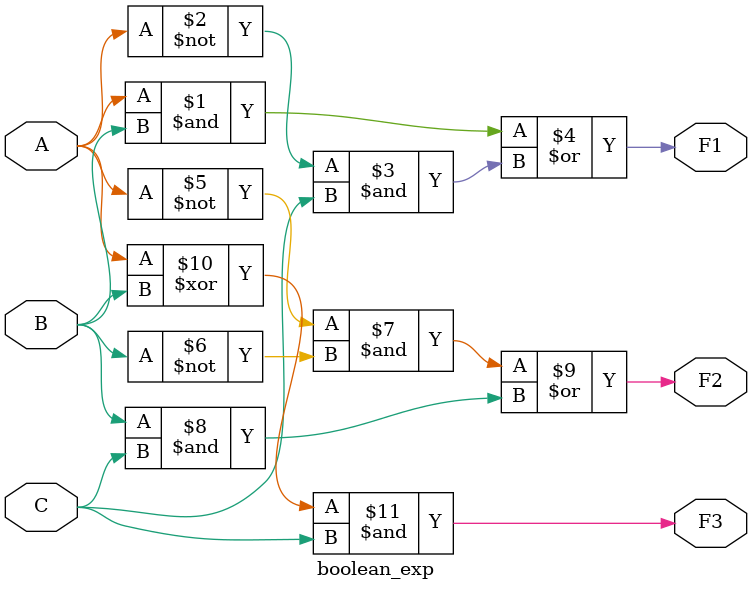
<source format=v>
`timescale 1ns / 1ps


module boolean_exp(
    input A, B, C,
    output F1, F2, F3
);
    // Example expressions
    assign F1 = (A & B) | (~A & C);     // F1 = AB + A'C
    assign F2 = (~A & ~B) | (B & C);    // F2 = A'B' + BC
    assign F3 = (A ^ B) & C;            // F3 = (A XOR B)C
endmodule

</source>
